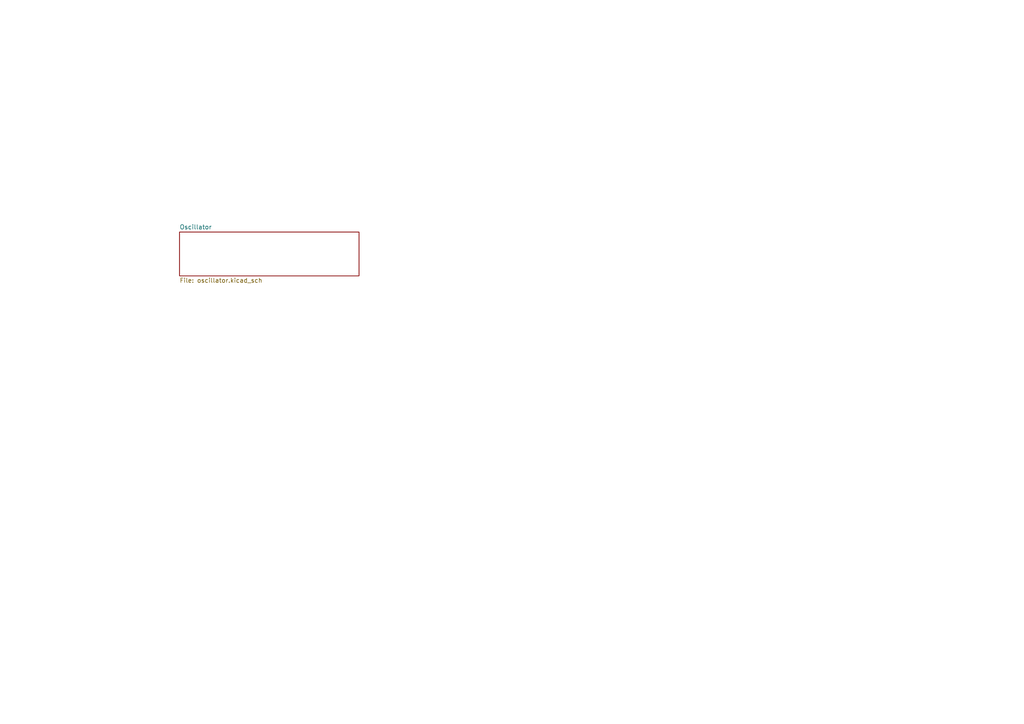
<source format=kicad_sch>
(kicad_sch (version 20211123) (generator eeschema)
  (paper "A4")
  (lib_symbols)
  (sheet (at 52.07 67.31) (size 52.07 12.7)
    (property "Sheet name" "Oscillator" (at 52.07 66.5984 0) (effects (justify left bottom)))
    (property "Sheet file" "oscillator.kicad_sch" (at 52.07 80.5946 0) (effects (justify left top)))
  )
)
</source>
